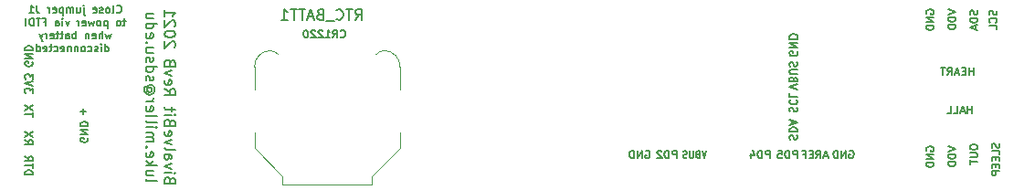
<source format=gbr>
%TF.GenerationSoftware,KiCad,Pcbnew,(5.1.10)-1*%
%TF.CreationDate,2021-07-02T15:13:39-07:00*%
%TF.ProjectId,BivalveBit,42697661-6c76-4654-9269-742e6b696361,A*%
%TF.SameCoordinates,Original*%
%TF.FileFunction,Legend,Bot*%
%TF.FilePolarity,Positive*%
%FSLAX46Y46*%
G04 Gerber Fmt 4.6, Leading zero omitted, Abs format (unit mm)*
G04 Created by KiCad (PCBNEW (5.1.10)-1) date 2021-07-02 15:13:39*
%MOMM*%
%LPD*%
G01*
G04 APERTURE LIST*
%ADD10C,0.127000*%
%ADD11C,0.203200*%
%ADD12C,0.120000*%
%ADD13C,0.150000*%
G04 APERTURE END LIST*
D10*
X174972133Y-133451600D02*
X174938266Y-133350000D01*
X174938266Y-133180666D01*
X174972133Y-133112933D01*
X175006000Y-133079066D01*
X175073733Y-133045200D01*
X175141466Y-133045200D01*
X175209200Y-133079066D01*
X175243066Y-133112933D01*
X175276933Y-133180666D01*
X175310800Y-133316133D01*
X175344666Y-133383866D01*
X175378533Y-133417733D01*
X175446266Y-133451600D01*
X175514000Y-133451600D01*
X175581733Y-133417733D01*
X175615600Y-133383866D01*
X175649466Y-133316133D01*
X175649466Y-133146800D01*
X175615600Y-133045200D01*
X174938266Y-132740400D02*
X175649466Y-132740400D01*
X175649466Y-132571066D01*
X175615600Y-132469466D01*
X175547866Y-132401733D01*
X175480133Y-132367866D01*
X175344666Y-132334000D01*
X175243066Y-132334000D01*
X175107600Y-132367866D01*
X175039866Y-132401733D01*
X174972133Y-132469466D01*
X174938266Y-132571066D01*
X174938266Y-132740400D01*
X175141466Y-132063066D02*
X175141466Y-131724400D01*
X174938266Y-132130800D02*
X175649466Y-131893733D01*
X174938266Y-131656666D01*
X174972133Y-130894666D02*
X174938266Y-130793066D01*
X174938266Y-130623733D01*
X174972133Y-130556000D01*
X175006000Y-130522133D01*
X175073733Y-130488266D01*
X175141466Y-130488266D01*
X175209200Y-130522133D01*
X175243066Y-130556000D01*
X175276933Y-130623733D01*
X175310800Y-130759200D01*
X175344666Y-130826933D01*
X175378533Y-130860800D01*
X175446266Y-130894666D01*
X175514000Y-130894666D01*
X175581733Y-130860800D01*
X175615600Y-130826933D01*
X175649466Y-130759200D01*
X175649466Y-130589866D01*
X175615600Y-130488266D01*
X175006000Y-129777066D02*
X174972133Y-129810933D01*
X174938266Y-129912533D01*
X174938266Y-129980266D01*
X174972133Y-130081866D01*
X175039866Y-130149600D01*
X175107600Y-130183466D01*
X175243066Y-130217333D01*
X175344666Y-130217333D01*
X175480133Y-130183466D01*
X175547866Y-130149600D01*
X175615600Y-130081866D01*
X175649466Y-129980266D01*
X175649466Y-129912533D01*
X175615600Y-129810933D01*
X175581733Y-129777066D01*
X174938266Y-129133600D02*
X174938266Y-129472266D01*
X175649466Y-129472266D01*
X175649466Y-128811866D02*
X174938266Y-128574800D01*
X175649466Y-128337733D01*
X175310800Y-127863600D02*
X175276933Y-127762000D01*
X175243066Y-127728133D01*
X175175333Y-127694266D01*
X175073733Y-127694266D01*
X175006000Y-127728133D01*
X174972133Y-127762000D01*
X174938266Y-127829733D01*
X174938266Y-128100666D01*
X175649466Y-128100666D01*
X175649466Y-127863600D01*
X175615600Y-127795866D01*
X175581733Y-127762000D01*
X175514000Y-127728133D01*
X175446266Y-127728133D01*
X175378533Y-127762000D01*
X175344666Y-127795866D01*
X175310800Y-127863600D01*
X175310800Y-128100666D01*
X175649466Y-127389466D02*
X175073733Y-127389466D01*
X175006000Y-127355600D01*
X174972133Y-127321733D01*
X174938266Y-127254000D01*
X174938266Y-127118533D01*
X174972133Y-127050800D01*
X175006000Y-127016933D01*
X175073733Y-126983066D01*
X175649466Y-126983066D01*
X174972133Y-126678266D02*
X174938266Y-126576666D01*
X174938266Y-126407333D01*
X174972133Y-126339600D01*
X175006000Y-126305733D01*
X175073733Y-126271866D01*
X175141466Y-126271866D01*
X175209200Y-126305733D01*
X175243066Y-126339600D01*
X175276933Y-126407333D01*
X175310800Y-126542800D01*
X175344666Y-126610533D01*
X175378533Y-126644400D01*
X175446266Y-126678266D01*
X175514000Y-126678266D01*
X175581733Y-126644400D01*
X175615600Y-126610533D01*
X175649466Y-126542800D01*
X175649466Y-126373466D01*
X175615600Y-126271866D01*
X175641000Y-125294571D02*
X175677285Y-125367142D01*
X175677285Y-125476000D01*
X175641000Y-125584857D01*
X175568428Y-125657428D01*
X175495857Y-125693714D01*
X175350714Y-125730000D01*
X175241857Y-125730000D01*
X175096714Y-125693714D01*
X175024142Y-125657428D01*
X174951571Y-125584857D01*
X174915285Y-125476000D01*
X174915285Y-125403428D01*
X174951571Y-125294571D01*
X174987857Y-125258285D01*
X175241857Y-125258285D01*
X175241857Y-125403428D01*
X174915285Y-124931714D02*
X175677285Y-124931714D01*
X174915285Y-124496285D01*
X175677285Y-124496285D01*
X174915285Y-124133428D02*
X175677285Y-124133428D01*
X175677285Y-123952000D01*
X175641000Y-123843142D01*
X175568428Y-123770571D01*
X175495857Y-123734285D01*
X175350714Y-123698000D01*
X175241857Y-123698000D01*
X175096714Y-123734285D01*
X175024142Y-123770571D01*
X174951571Y-123843142D01*
X174915285Y-123952000D01*
X174915285Y-124133428D01*
X109867700Y-133307666D02*
X109901566Y-133375400D01*
X109901566Y-133477000D01*
X109867700Y-133578600D01*
X109799966Y-133646333D01*
X109732233Y-133680200D01*
X109596766Y-133714066D01*
X109495166Y-133714066D01*
X109359700Y-133680200D01*
X109291966Y-133646333D01*
X109224233Y-133578600D01*
X109190366Y-133477000D01*
X109190366Y-133409266D01*
X109224233Y-133307666D01*
X109258100Y-133273800D01*
X109495166Y-133273800D01*
X109495166Y-133409266D01*
X109190366Y-132969000D02*
X109901566Y-132969000D01*
X109190366Y-132562600D01*
X109901566Y-132562600D01*
X109190366Y-132223933D02*
X109901566Y-132223933D01*
X109901566Y-132054600D01*
X109867700Y-131953000D01*
X109799966Y-131885266D01*
X109732233Y-131851400D01*
X109596766Y-131817533D01*
X109495166Y-131817533D01*
X109359700Y-131851400D01*
X109291966Y-131885266D01*
X109224233Y-131953000D01*
X109190366Y-132054600D01*
X109190366Y-132223933D01*
X109164966Y-130835400D02*
X109706833Y-130835400D01*
X109435900Y-130564466D02*
X109435900Y-131106333D01*
X104072266Y-133468533D02*
X104410933Y-133705600D01*
X104072266Y-133874933D02*
X104783466Y-133874933D01*
X104783466Y-133604000D01*
X104749600Y-133536266D01*
X104715733Y-133502400D01*
X104648000Y-133468533D01*
X104546400Y-133468533D01*
X104478666Y-133502400D01*
X104444800Y-133536266D01*
X104410933Y-133604000D01*
X104410933Y-133874933D01*
X104783466Y-133231466D02*
X104072266Y-132757333D01*
X104783466Y-132757333D02*
X104072266Y-133231466D01*
X104783466Y-131351866D02*
X104783466Y-130945466D01*
X104072266Y-131148666D02*
X104783466Y-131148666D01*
X104783466Y-130776133D02*
X104072266Y-130302000D01*
X104783466Y-130302000D02*
X104072266Y-130776133D01*
X104749600Y-126271866D02*
X104783466Y-126339600D01*
X104783466Y-126441200D01*
X104749600Y-126542800D01*
X104681866Y-126610533D01*
X104614133Y-126644400D01*
X104478666Y-126678266D01*
X104377066Y-126678266D01*
X104241600Y-126644400D01*
X104173866Y-126610533D01*
X104106133Y-126542800D01*
X104072266Y-126441200D01*
X104072266Y-126373466D01*
X104106133Y-126271866D01*
X104140000Y-126238000D01*
X104377066Y-126238000D01*
X104377066Y-126373466D01*
X104072266Y-125933200D02*
X104783466Y-125933200D01*
X104072266Y-125526800D01*
X104783466Y-125526800D01*
X104072266Y-125188133D02*
X104783466Y-125188133D01*
X104783466Y-125018800D01*
X104749600Y-124917200D01*
X104681866Y-124849466D01*
X104614133Y-124815600D01*
X104478666Y-124781733D01*
X104377066Y-124781733D01*
X104241600Y-124815600D01*
X104173866Y-124849466D01*
X104106133Y-124917200D01*
X104072266Y-125018800D01*
X104072266Y-125188133D01*
X104783466Y-129150533D02*
X104783466Y-128710266D01*
X104512533Y-128947333D01*
X104512533Y-128845733D01*
X104478666Y-128778000D01*
X104444800Y-128744133D01*
X104377066Y-128710266D01*
X104207733Y-128710266D01*
X104140000Y-128744133D01*
X104106133Y-128778000D01*
X104072266Y-128845733D01*
X104072266Y-129048933D01*
X104106133Y-129116666D01*
X104140000Y-129150533D01*
X104783466Y-128507066D02*
X104072266Y-128270000D01*
X104783466Y-128032933D01*
X104783466Y-127863600D02*
X104783466Y-127423333D01*
X104512533Y-127660400D01*
X104512533Y-127558800D01*
X104478666Y-127491066D01*
X104444800Y-127457200D01*
X104377066Y-127423333D01*
X104207733Y-127423333D01*
X104140000Y-127457200D01*
X104106133Y-127491066D01*
X104072266Y-127558800D01*
X104072266Y-127762000D01*
X104106133Y-127829733D01*
X104140000Y-127863600D01*
X104072266Y-136702800D02*
X104783466Y-136702800D01*
X104783466Y-136533466D01*
X104749600Y-136431866D01*
X104681866Y-136364133D01*
X104614133Y-136330266D01*
X104478666Y-136296400D01*
X104377066Y-136296400D01*
X104241600Y-136330266D01*
X104173866Y-136364133D01*
X104106133Y-136431866D01*
X104072266Y-136533466D01*
X104072266Y-136702800D01*
X104783466Y-136093200D02*
X104783466Y-135686800D01*
X104072266Y-135890000D02*
X104783466Y-135890000D01*
X104072266Y-135043333D02*
X104410933Y-135280400D01*
X104072266Y-135449733D02*
X104783466Y-135449733D01*
X104783466Y-135178800D01*
X104749600Y-135111066D01*
X104715733Y-135077200D01*
X104648000Y-135043333D01*
X104546400Y-135043333D01*
X104478666Y-135077200D01*
X104444800Y-135111066D01*
X104410933Y-135178800D01*
X104410933Y-135449733D01*
X112572800Y-121653300D02*
X112606666Y-121687166D01*
X112708266Y-121721033D01*
X112776000Y-121721033D01*
X112877600Y-121687166D01*
X112945333Y-121619433D01*
X112979200Y-121551700D01*
X113013066Y-121416233D01*
X113013066Y-121314633D01*
X112979200Y-121179166D01*
X112945333Y-121111433D01*
X112877600Y-121043700D01*
X112776000Y-121009833D01*
X112708266Y-121009833D01*
X112606666Y-121043700D01*
X112572800Y-121077566D01*
X112166400Y-121721033D02*
X112234133Y-121687166D01*
X112268000Y-121619433D01*
X112268000Y-121009833D01*
X111793866Y-121721033D02*
X111861600Y-121687166D01*
X111895466Y-121653300D01*
X111929333Y-121585566D01*
X111929333Y-121382366D01*
X111895466Y-121314633D01*
X111861600Y-121280766D01*
X111793866Y-121246900D01*
X111692266Y-121246900D01*
X111624533Y-121280766D01*
X111590666Y-121314633D01*
X111556800Y-121382366D01*
X111556800Y-121585566D01*
X111590666Y-121653300D01*
X111624533Y-121687166D01*
X111692266Y-121721033D01*
X111793866Y-121721033D01*
X111285866Y-121687166D02*
X111218133Y-121721033D01*
X111082666Y-121721033D01*
X111014933Y-121687166D01*
X110981066Y-121619433D01*
X110981066Y-121585566D01*
X111014933Y-121517833D01*
X111082666Y-121483966D01*
X111184266Y-121483966D01*
X111252000Y-121450100D01*
X111285866Y-121382366D01*
X111285866Y-121348500D01*
X111252000Y-121280766D01*
X111184266Y-121246900D01*
X111082666Y-121246900D01*
X111014933Y-121280766D01*
X110405333Y-121687166D02*
X110473066Y-121721033D01*
X110608533Y-121721033D01*
X110676266Y-121687166D01*
X110710133Y-121619433D01*
X110710133Y-121348500D01*
X110676266Y-121280766D01*
X110608533Y-121246900D01*
X110473066Y-121246900D01*
X110405333Y-121280766D01*
X110371466Y-121348500D01*
X110371466Y-121416233D01*
X110710133Y-121483966D01*
X109524800Y-121246900D02*
X109524800Y-121856500D01*
X109558666Y-121924233D01*
X109626400Y-121958100D01*
X109660266Y-121958100D01*
X109524800Y-121009833D02*
X109558666Y-121043700D01*
X109524800Y-121077566D01*
X109490933Y-121043700D01*
X109524800Y-121009833D01*
X109524800Y-121077566D01*
X108881333Y-121246900D02*
X108881333Y-121721033D01*
X109186133Y-121246900D02*
X109186133Y-121619433D01*
X109152266Y-121687166D01*
X109084533Y-121721033D01*
X108982933Y-121721033D01*
X108915200Y-121687166D01*
X108881333Y-121653300D01*
X108542666Y-121721033D02*
X108542666Y-121246900D01*
X108542666Y-121314633D02*
X108508800Y-121280766D01*
X108441066Y-121246900D01*
X108339466Y-121246900D01*
X108271733Y-121280766D01*
X108237866Y-121348500D01*
X108237866Y-121721033D01*
X108237866Y-121348500D02*
X108204000Y-121280766D01*
X108136266Y-121246900D01*
X108034666Y-121246900D01*
X107966933Y-121280766D01*
X107933066Y-121348500D01*
X107933066Y-121721033D01*
X107594400Y-121246900D02*
X107594400Y-121958100D01*
X107594400Y-121280766D02*
X107526666Y-121246900D01*
X107391200Y-121246900D01*
X107323466Y-121280766D01*
X107289600Y-121314633D01*
X107255733Y-121382366D01*
X107255733Y-121585566D01*
X107289600Y-121653300D01*
X107323466Y-121687166D01*
X107391200Y-121721033D01*
X107526666Y-121721033D01*
X107594400Y-121687166D01*
X106680000Y-121687166D02*
X106747733Y-121721033D01*
X106883200Y-121721033D01*
X106950933Y-121687166D01*
X106984800Y-121619433D01*
X106984800Y-121348500D01*
X106950933Y-121280766D01*
X106883200Y-121246900D01*
X106747733Y-121246900D01*
X106680000Y-121280766D01*
X106646133Y-121348500D01*
X106646133Y-121416233D01*
X106984800Y-121483966D01*
X106341333Y-121721033D02*
X106341333Y-121246900D01*
X106341333Y-121382366D02*
X106307466Y-121314633D01*
X106273600Y-121280766D01*
X106205866Y-121246900D01*
X106138133Y-121246900D01*
X105156000Y-121009833D02*
X105156000Y-121517833D01*
X105189866Y-121619433D01*
X105257600Y-121687166D01*
X105359200Y-121721033D01*
X105426933Y-121721033D01*
X104444800Y-121721033D02*
X104851200Y-121721033D01*
X104648000Y-121721033D02*
X104648000Y-121009833D01*
X104715733Y-121111433D01*
X104783466Y-121179166D01*
X104851200Y-121213033D01*
X113402533Y-122440700D02*
X113131600Y-122440700D01*
X113300933Y-122203633D02*
X113300933Y-122813233D01*
X113267066Y-122880966D01*
X113199333Y-122914833D01*
X113131600Y-122914833D01*
X112792933Y-122914833D02*
X112860666Y-122880966D01*
X112894533Y-122847100D01*
X112928400Y-122779366D01*
X112928400Y-122576166D01*
X112894533Y-122508433D01*
X112860666Y-122474566D01*
X112792933Y-122440700D01*
X112691333Y-122440700D01*
X112623600Y-122474566D01*
X112589733Y-122508433D01*
X112555866Y-122576166D01*
X112555866Y-122779366D01*
X112589733Y-122847100D01*
X112623600Y-122880966D01*
X112691333Y-122914833D01*
X112792933Y-122914833D01*
X111709200Y-122440700D02*
X111709200Y-123151900D01*
X111709200Y-122474566D02*
X111641466Y-122440700D01*
X111506000Y-122440700D01*
X111438266Y-122474566D01*
X111404400Y-122508433D01*
X111370533Y-122576166D01*
X111370533Y-122779366D01*
X111404400Y-122847100D01*
X111438266Y-122880966D01*
X111506000Y-122914833D01*
X111641466Y-122914833D01*
X111709200Y-122880966D01*
X110964133Y-122914833D02*
X111031866Y-122880966D01*
X111065733Y-122847100D01*
X111099600Y-122779366D01*
X111099600Y-122576166D01*
X111065733Y-122508433D01*
X111031866Y-122474566D01*
X110964133Y-122440700D01*
X110862533Y-122440700D01*
X110794800Y-122474566D01*
X110760933Y-122508433D01*
X110727066Y-122576166D01*
X110727066Y-122779366D01*
X110760933Y-122847100D01*
X110794800Y-122880966D01*
X110862533Y-122914833D01*
X110964133Y-122914833D01*
X110490000Y-122440700D02*
X110354533Y-122914833D01*
X110219066Y-122576166D01*
X110083600Y-122914833D01*
X109948133Y-122440700D01*
X109406266Y-122880966D02*
X109474000Y-122914833D01*
X109609466Y-122914833D01*
X109677200Y-122880966D01*
X109711066Y-122813233D01*
X109711066Y-122542300D01*
X109677200Y-122474566D01*
X109609466Y-122440700D01*
X109474000Y-122440700D01*
X109406266Y-122474566D01*
X109372400Y-122542300D01*
X109372400Y-122610033D01*
X109711066Y-122677766D01*
X109067600Y-122914833D02*
X109067600Y-122440700D01*
X109067600Y-122576166D02*
X109033733Y-122508433D01*
X108999866Y-122474566D01*
X108932133Y-122440700D01*
X108864400Y-122440700D01*
X108153200Y-122440700D02*
X107983866Y-122914833D01*
X107814533Y-122440700D01*
X107543600Y-122914833D02*
X107543600Y-122440700D01*
X107543600Y-122203633D02*
X107577466Y-122237500D01*
X107543600Y-122271366D01*
X107509733Y-122237500D01*
X107543600Y-122203633D01*
X107543600Y-122271366D01*
X106900133Y-122914833D02*
X106900133Y-122542300D01*
X106934000Y-122474566D01*
X107001733Y-122440700D01*
X107137200Y-122440700D01*
X107204933Y-122474566D01*
X106900133Y-122880966D02*
X106967866Y-122914833D01*
X107137200Y-122914833D01*
X107204933Y-122880966D01*
X107238800Y-122813233D01*
X107238800Y-122745500D01*
X107204933Y-122677766D01*
X107137200Y-122643900D01*
X106967866Y-122643900D01*
X106900133Y-122610033D01*
X105782533Y-122542300D02*
X106019600Y-122542300D01*
X106019600Y-122914833D02*
X106019600Y-122203633D01*
X105680933Y-122203633D01*
X105511600Y-122203633D02*
X105105200Y-122203633D01*
X105308400Y-122914833D02*
X105308400Y-122203633D01*
X104868133Y-122914833D02*
X104868133Y-122203633D01*
X104698800Y-122203633D01*
X104597200Y-122237500D01*
X104529466Y-122305233D01*
X104495600Y-122372966D01*
X104461733Y-122508433D01*
X104461733Y-122610033D01*
X104495600Y-122745500D01*
X104529466Y-122813233D01*
X104597200Y-122880966D01*
X104698800Y-122914833D01*
X104868133Y-122914833D01*
X104156933Y-122914833D02*
X104156933Y-122203633D01*
X112064800Y-123634500D02*
X111929333Y-124108633D01*
X111793866Y-123769966D01*
X111658400Y-124108633D01*
X111522933Y-123634500D01*
X111252000Y-124108633D02*
X111252000Y-123397433D01*
X110947200Y-124108633D02*
X110947200Y-123736100D01*
X110981066Y-123668366D01*
X111048800Y-123634500D01*
X111150400Y-123634500D01*
X111218133Y-123668366D01*
X111252000Y-123702233D01*
X110337600Y-124074766D02*
X110405333Y-124108633D01*
X110540800Y-124108633D01*
X110608533Y-124074766D01*
X110642400Y-124007033D01*
X110642400Y-123736100D01*
X110608533Y-123668366D01*
X110540800Y-123634500D01*
X110405333Y-123634500D01*
X110337600Y-123668366D01*
X110303733Y-123736100D01*
X110303733Y-123803833D01*
X110642400Y-123871566D01*
X109998933Y-123634500D02*
X109998933Y-124108633D01*
X109998933Y-123702233D02*
X109965066Y-123668366D01*
X109897333Y-123634500D01*
X109795733Y-123634500D01*
X109728000Y-123668366D01*
X109694133Y-123736100D01*
X109694133Y-124108633D01*
X108813600Y-124108633D02*
X108813600Y-123397433D01*
X108813600Y-123668366D02*
X108745866Y-123634500D01*
X108610400Y-123634500D01*
X108542666Y-123668366D01*
X108508800Y-123702233D01*
X108474933Y-123769966D01*
X108474933Y-123973166D01*
X108508800Y-124040900D01*
X108542666Y-124074766D01*
X108610400Y-124108633D01*
X108745866Y-124108633D01*
X108813600Y-124074766D01*
X107865333Y-124108633D02*
X107865333Y-123736100D01*
X107899200Y-123668366D01*
X107966933Y-123634500D01*
X108102400Y-123634500D01*
X108170133Y-123668366D01*
X107865333Y-124074766D02*
X107933066Y-124108633D01*
X108102400Y-124108633D01*
X108170133Y-124074766D01*
X108204000Y-124007033D01*
X108204000Y-123939300D01*
X108170133Y-123871566D01*
X108102400Y-123837700D01*
X107933066Y-123837700D01*
X107865333Y-123803833D01*
X107628266Y-123634500D02*
X107357333Y-123634500D01*
X107526666Y-123397433D02*
X107526666Y-124007033D01*
X107492800Y-124074766D01*
X107425066Y-124108633D01*
X107357333Y-124108633D01*
X107221866Y-123634500D02*
X106950933Y-123634500D01*
X107120266Y-123397433D02*
X107120266Y-124007033D01*
X107086400Y-124074766D01*
X107018666Y-124108633D01*
X106950933Y-124108633D01*
X106442933Y-124074766D02*
X106510666Y-124108633D01*
X106646133Y-124108633D01*
X106713866Y-124074766D01*
X106747733Y-124007033D01*
X106747733Y-123736100D01*
X106713866Y-123668366D01*
X106646133Y-123634500D01*
X106510666Y-123634500D01*
X106442933Y-123668366D01*
X106409066Y-123736100D01*
X106409066Y-123803833D01*
X106747733Y-123871566D01*
X106104266Y-124108633D02*
X106104266Y-123634500D01*
X106104266Y-123769966D02*
X106070400Y-123702233D01*
X106036533Y-123668366D01*
X105968800Y-123634500D01*
X105901066Y-123634500D01*
X105731733Y-123634500D02*
X105562400Y-124108633D01*
X105393066Y-123634500D02*
X105562400Y-124108633D01*
X105630133Y-124277966D01*
X105664000Y-124311833D01*
X105731733Y-124345700D01*
X111472133Y-125302433D02*
X111472133Y-124591233D01*
X111472133Y-125268566D02*
X111539866Y-125302433D01*
X111675333Y-125302433D01*
X111743066Y-125268566D01*
X111776933Y-125234700D01*
X111810800Y-125166966D01*
X111810800Y-124963766D01*
X111776933Y-124896033D01*
X111743066Y-124862166D01*
X111675333Y-124828300D01*
X111539866Y-124828300D01*
X111472133Y-124862166D01*
X111133466Y-125302433D02*
X111133466Y-124828300D01*
X111133466Y-124591233D02*
X111167333Y-124625100D01*
X111133466Y-124658966D01*
X111099600Y-124625100D01*
X111133466Y-124591233D01*
X111133466Y-124658966D01*
X110828666Y-125268566D02*
X110760933Y-125302433D01*
X110625466Y-125302433D01*
X110557733Y-125268566D01*
X110523866Y-125200833D01*
X110523866Y-125166966D01*
X110557733Y-125099233D01*
X110625466Y-125065366D01*
X110727066Y-125065366D01*
X110794800Y-125031500D01*
X110828666Y-124963766D01*
X110828666Y-124929900D01*
X110794800Y-124862166D01*
X110727066Y-124828300D01*
X110625466Y-124828300D01*
X110557733Y-124862166D01*
X109914266Y-125268566D02*
X109982000Y-125302433D01*
X110117466Y-125302433D01*
X110185200Y-125268566D01*
X110219066Y-125234700D01*
X110252933Y-125166966D01*
X110252933Y-124963766D01*
X110219066Y-124896033D01*
X110185200Y-124862166D01*
X110117466Y-124828300D01*
X109982000Y-124828300D01*
X109914266Y-124862166D01*
X109507866Y-125302433D02*
X109575600Y-125268566D01*
X109609466Y-125234700D01*
X109643333Y-125166966D01*
X109643333Y-124963766D01*
X109609466Y-124896033D01*
X109575600Y-124862166D01*
X109507866Y-124828300D01*
X109406266Y-124828300D01*
X109338533Y-124862166D01*
X109304666Y-124896033D01*
X109270800Y-124963766D01*
X109270800Y-125166966D01*
X109304666Y-125234700D01*
X109338533Y-125268566D01*
X109406266Y-125302433D01*
X109507866Y-125302433D01*
X108966000Y-124828300D02*
X108966000Y-125302433D01*
X108966000Y-124896033D02*
X108932133Y-124862166D01*
X108864400Y-124828300D01*
X108762800Y-124828300D01*
X108695066Y-124862166D01*
X108661200Y-124929900D01*
X108661200Y-125302433D01*
X108322533Y-124828300D02*
X108322533Y-125302433D01*
X108322533Y-124896033D02*
X108288666Y-124862166D01*
X108220933Y-124828300D01*
X108119333Y-124828300D01*
X108051600Y-124862166D01*
X108017733Y-124929900D01*
X108017733Y-125302433D01*
X107408133Y-125268566D02*
X107475866Y-125302433D01*
X107611333Y-125302433D01*
X107679066Y-125268566D01*
X107712933Y-125200833D01*
X107712933Y-124929900D01*
X107679066Y-124862166D01*
X107611333Y-124828300D01*
X107475866Y-124828300D01*
X107408133Y-124862166D01*
X107374266Y-124929900D01*
X107374266Y-124997633D01*
X107712933Y-125065366D01*
X106764666Y-125268566D02*
X106832400Y-125302433D01*
X106967866Y-125302433D01*
X107035600Y-125268566D01*
X107069466Y-125234700D01*
X107103333Y-125166966D01*
X107103333Y-124963766D01*
X107069466Y-124896033D01*
X107035600Y-124862166D01*
X106967866Y-124828300D01*
X106832400Y-124828300D01*
X106764666Y-124862166D01*
X106561466Y-124828300D02*
X106290533Y-124828300D01*
X106459866Y-124591233D02*
X106459866Y-125200833D01*
X106426000Y-125268566D01*
X106358266Y-125302433D01*
X106290533Y-125302433D01*
X105782533Y-125268566D02*
X105850266Y-125302433D01*
X105985733Y-125302433D01*
X106053466Y-125268566D01*
X106087333Y-125200833D01*
X106087333Y-124929900D01*
X106053466Y-124862166D01*
X105985733Y-124828300D01*
X105850266Y-124828300D01*
X105782533Y-124862166D01*
X105748666Y-124929900D01*
X105748666Y-124997633D01*
X106087333Y-125065366D01*
X105139066Y-125302433D02*
X105139066Y-124591233D01*
X105139066Y-125268566D02*
X105206800Y-125302433D01*
X105342266Y-125302433D01*
X105410000Y-125268566D01*
X105443866Y-125234700D01*
X105477733Y-125166966D01*
X105477733Y-124963766D01*
X105443866Y-124896033D01*
X105410000Y-124862166D01*
X105342266Y-124828300D01*
X105206800Y-124828300D01*
X105139066Y-124862166D01*
X191850433Y-131055533D02*
X191850433Y-130344333D01*
X191850433Y-130683000D02*
X191444033Y-130683000D01*
X191444033Y-131055533D02*
X191444033Y-130344333D01*
X191139233Y-130852333D02*
X190800566Y-130852333D01*
X191206966Y-131055533D02*
X190969900Y-130344333D01*
X190732833Y-131055533D01*
X190157100Y-131055533D02*
X190495766Y-131055533D01*
X190495766Y-130344333D01*
X189581366Y-131055533D02*
X189920033Y-131055533D01*
X189920033Y-130344333D01*
X191968966Y-127499533D02*
X191968966Y-126788333D01*
X191968966Y-127127000D02*
X191562566Y-127127000D01*
X191562566Y-127499533D02*
X191562566Y-126788333D01*
X191223900Y-127127000D02*
X190986833Y-127127000D01*
X190885233Y-127499533D02*
X191223900Y-127499533D01*
X191223900Y-126788333D01*
X190885233Y-126788333D01*
X190614300Y-127296333D02*
X190275633Y-127296333D01*
X190682033Y-127499533D02*
X190444966Y-126788333D01*
X190207900Y-127499533D01*
X189564433Y-127499533D02*
X189801500Y-127160866D01*
X189970833Y-127499533D02*
X189970833Y-126788333D01*
X189699900Y-126788333D01*
X189632166Y-126822200D01*
X189598300Y-126856066D01*
X189564433Y-126923800D01*
X189564433Y-127025400D01*
X189598300Y-127093133D01*
X189632166Y-127127000D01*
X189699900Y-127160866D01*
X189970833Y-127160866D01*
X189361233Y-126788333D02*
X188954833Y-126788333D01*
X189158033Y-127499533D02*
X189158033Y-126788333D01*
X194102566Y-121505133D02*
X194136433Y-121606733D01*
X194136433Y-121776066D01*
X194102566Y-121843800D01*
X194068700Y-121877666D01*
X194000966Y-121911533D01*
X193933233Y-121911533D01*
X193865500Y-121877666D01*
X193831633Y-121843800D01*
X193797766Y-121776066D01*
X193763900Y-121640600D01*
X193730033Y-121572866D01*
X193696166Y-121539000D01*
X193628433Y-121505133D01*
X193560700Y-121505133D01*
X193492966Y-121539000D01*
X193459100Y-121572866D01*
X193425233Y-121640600D01*
X193425233Y-121809933D01*
X193459100Y-121911533D01*
X194068700Y-122622733D02*
X194102566Y-122588866D01*
X194136433Y-122487266D01*
X194136433Y-122419533D01*
X194102566Y-122317933D01*
X194034833Y-122250200D01*
X193967100Y-122216333D01*
X193831633Y-122182466D01*
X193730033Y-122182466D01*
X193594566Y-122216333D01*
X193526833Y-122250200D01*
X193459100Y-122317933D01*
X193425233Y-122419533D01*
X193425233Y-122487266D01*
X193459100Y-122588866D01*
X193492966Y-122622733D01*
X194136433Y-123266200D02*
X194136433Y-122927533D01*
X193425233Y-122927533D01*
X192324566Y-121488200D02*
X192358433Y-121589800D01*
X192358433Y-121759133D01*
X192324566Y-121826866D01*
X192290700Y-121860733D01*
X192222966Y-121894600D01*
X192155233Y-121894600D01*
X192087500Y-121860733D01*
X192053633Y-121826866D01*
X192019766Y-121759133D01*
X191985900Y-121623666D01*
X191952033Y-121555933D01*
X191918166Y-121522066D01*
X191850433Y-121488200D01*
X191782700Y-121488200D01*
X191714966Y-121522066D01*
X191681100Y-121555933D01*
X191647233Y-121623666D01*
X191647233Y-121793000D01*
X191681100Y-121894600D01*
X192358433Y-122199400D02*
X191647233Y-122199400D01*
X191647233Y-122368733D01*
X191681100Y-122470333D01*
X191748833Y-122538066D01*
X191816566Y-122571933D01*
X191952033Y-122605800D01*
X192053633Y-122605800D01*
X192189100Y-122571933D01*
X192256833Y-122538066D01*
X192324566Y-122470333D01*
X192358433Y-122368733D01*
X192358433Y-122199400D01*
X192155233Y-122876733D02*
X192155233Y-123215400D01*
X192358433Y-122809000D02*
X191647233Y-123046066D01*
X192358433Y-123283133D01*
X189615233Y-121403533D02*
X190326433Y-121640600D01*
X189615233Y-121877666D01*
X190326433Y-122114733D02*
X189615233Y-122114733D01*
X189615233Y-122284066D01*
X189649100Y-122385666D01*
X189716833Y-122453400D01*
X189784566Y-122487266D01*
X189920033Y-122521133D01*
X190021633Y-122521133D01*
X190157100Y-122487266D01*
X190224833Y-122453400D01*
X190292566Y-122385666D01*
X190326433Y-122284066D01*
X190326433Y-122114733D01*
X190326433Y-122825933D02*
X189615233Y-122825933D01*
X189615233Y-122995266D01*
X189649100Y-123096866D01*
X189716833Y-123164600D01*
X189784566Y-123198466D01*
X189920033Y-123232333D01*
X190021633Y-123232333D01*
X190157100Y-123198466D01*
X190224833Y-123164600D01*
X190292566Y-123096866D01*
X190326433Y-122995266D01*
X190326433Y-122825933D01*
X187617100Y-121809933D02*
X187583233Y-121742200D01*
X187583233Y-121640600D01*
X187617100Y-121539000D01*
X187684833Y-121471266D01*
X187752566Y-121437400D01*
X187888033Y-121403533D01*
X187989633Y-121403533D01*
X188125100Y-121437400D01*
X188192833Y-121471266D01*
X188260566Y-121539000D01*
X188294433Y-121640600D01*
X188294433Y-121708333D01*
X188260566Y-121809933D01*
X188226700Y-121843800D01*
X187989633Y-121843800D01*
X187989633Y-121708333D01*
X188294433Y-122148600D02*
X187583233Y-122148600D01*
X188294433Y-122555000D01*
X187583233Y-122555000D01*
X188294433Y-122893666D02*
X187583233Y-122893666D01*
X187583233Y-123063000D01*
X187617100Y-123164600D01*
X187684833Y-123232333D01*
X187752566Y-123266200D01*
X187888033Y-123300066D01*
X187989633Y-123300066D01*
X188125100Y-123266200D01*
X188192833Y-123232333D01*
X188260566Y-123164600D01*
X188294433Y-123063000D01*
X188294433Y-122893666D01*
X187617100Y-134509933D02*
X187583233Y-134442200D01*
X187583233Y-134340600D01*
X187617100Y-134239000D01*
X187684833Y-134171266D01*
X187752566Y-134137400D01*
X187888033Y-134103533D01*
X187989633Y-134103533D01*
X188125100Y-134137400D01*
X188192833Y-134171266D01*
X188260566Y-134239000D01*
X188294433Y-134340600D01*
X188294433Y-134408333D01*
X188260566Y-134509933D01*
X188226700Y-134543800D01*
X187989633Y-134543800D01*
X187989633Y-134408333D01*
X188294433Y-134848600D02*
X187583233Y-134848600D01*
X188294433Y-135255000D01*
X187583233Y-135255000D01*
X188294433Y-135593666D02*
X187583233Y-135593666D01*
X187583233Y-135763000D01*
X187617100Y-135864600D01*
X187684833Y-135932333D01*
X187752566Y-135966200D01*
X187888033Y-136000066D01*
X187989633Y-136000066D01*
X188125100Y-135966200D01*
X188192833Y-135932333D01*
X188260566Y-135864600D01*
X188294433Y-135763000D01*
X188294433Y-135593666D01*
X189615233Y-134103533D02*
X190326433Y-134340600D01*
X189615233Y-134577666D01*
X190326433Y-134814733D02*
X189615233Y-134814733D01*
X189615233Y-134984066D01*
X189649100Y-135085666D01*
X189716833Y-135153400D01*
X189784566Y-135187266D01*
X189920033Y-135221133D01*
X190021633Y-135221133D01*
X190157100Y-135187266D01*
X190224833Y-135153400D01*
X190292566Y-135085666D01*
X190326433Y-134984066D01*
X190326433Y-134814733D01*
X190326433Y-135525933D02*
X189615233Y-135525933D01*
X189615233Y-135695266D01*
X189649100Y-135796866D01*
X189716833Y-135864600D01*
X189784566Y-135898466D01*
X189920033Y-135932333D01*
X190021633Y-135932333D01*
X190157100Y-135898466D01*
X190224833Y-135864600D01*
X190292566Y-135796866D01*
X190326433Y-135695266D01*
X190326433Y-135525933D01*
X194356566Y-133815666D02*
X194390433Y-133917266D01*
X194390433Y-134086600D01*
X194356566Y-134154333D01*
X194322700Y-134188200D01*
X194254966Y-134222066D01*
X194187233Y-134222066D01*
X194119500Y-134188200D01*
X194085633Y-134154333D01*
X194051766Y-134086600D01*
X194017900Y-133951133D01*
X193984033Y-133883400D01*
X193950166Y-133849533D01*
X193882433Y-133815666D01*
X193814700Y-133815666D01*
X193746966Y-133849533D01*
X193713100Y-133883400D01*
X193679233Y-133951133D01*
X193679233Y-134120466D01*
X193713100Y-134222066D01*
X194390433Y-134865533D02*
X194390433Y-134526866D01*
X193679233Y-134526866D01*
X194017900Y-135102600D02*
X194017900Y-135339666D01*
X194390433Y-135441266D02*
X194390433Y-135102600D01*
X193679233Y-135102600D01*
X193679233Y-135441266D01*
X194017900Y-135746066D02*
X194017900Y-135983133D01*
X194390433Y-136084733D02*
X194390433Y-135746066D01*
X193679233Y-135746066D01*
X193679233Y-136084733D01*
X194390433Y-136389533D02*
X193679233Y-136389533D01*
X193679233Y-136660466D01*
X193713100Y-136728200D01*
X193746966Y-136762066D01*
X193814700Y-136795933D01*
X193916300Y-136795933D01*
X193984033Y-136762066D01*
X194017900Y-136728200D01*
X194051766Y-136660466D01*
X194051766Y-136389533D01*
X191647233Y-134086600D02*
X191647233Y-134222066D01*
X191681100Y-134289800D01*
X191748833Y-134357533D01*
X191884300Y-134391400D01*
X192121366Y-134391400D01*
X192256833Y-134357533D01*
X192324566Y-134289800D01*
X192358433Y-134222066D01*
X192358433Y-134086600D01*
X192324566Y-134018866D01*
X192256833Y-133951133D01*
X192121366Y-133917266D01*
X191884300Y-133917266D01*
X191748833Y-133951133D01*
X191681100Y-134018866D01*
X191647233Y-134086600D01*
X191647233Y-134696200D02*
X192222966Y-134696200D01*
X192290700Y-134730066D01*
X192324566Y-134763933D01*
X192358433Y-134831666D01*
X192358433Y-134967133D01*
X192324566Y-135034866D01*
X192290700Y-135068733D01*
X192222966Y-135102600D01*
X191647233Y-135102600D01*
X191647233Y-135339666D02*
X191647233Y-135746066D01*
X192358433Y-135542866D02*
X191647233Y-135542866D01*
X173092533Y-135195733D02*
X173092533Y-134484533D01*
X172821600Y-134484533D01*
X172753866Y-134518400D01*
X172720000Y-134552266D01*
X172686133Y-134620000D01*
X172686133Y-134721600D01*
X172720000Y-134789333D01*
X172753866Y-134823200D01*
X172821600Y-134857066D01*
X173092533Y-134857066D01*
X172381333Y-135195733D02*
X172381333Y-134484533D01*
X172212000Y-134484533D01*
X172110400Y-134518400D01*
X172042666Y-134586133D01*
X172008800Y-134653866D01*
X171974933Y-134789333D01*
X171974933Y-134890933D01*
X172008800Y-135026400D01*
X172042666Y-135094133D01*
X172110400Y-135161866D01*
X172212000Y-135195733D01*
X172381333Y-135195733D01*
X171365333Y-134721600D02*
X171365333Y-135195733D01*
X171534666Y-134450666D02*
X171704000Y-134958666D01*
X171263733Y-134958666D01*
X175632533Y-135195733D02*
X175632533Y-134484533D01*
X175361600Y-134484533D01*
X175293866Y-134518400D01*
X175260000Y-134552266D01*
X175226133Y-134620000D01*
X175226133Y-134721600D01*
X175260000Y-134789333D01*
X175293866Y-134823200D01*
X175361600Y-134857066D01*
X175632533Y-134857066D01*
X174921333Y-135195733D02*
X174921333Y-134484533D01*
X174752000Y-134484533D01*
X174650400Y-134518400D01*
X174582666Y-134586133D01*
X174548800Y-134653866D01*
X174514933Y-134789333D01*
X174514933Y-134890933D01*
X174548800Y-135026400D01*
X174582666Y-135094133D01*
X174650400Y-135161866D01*
X174752000Y-135195733D01*
X174921333Y-135195733D01*
X173871466Y-134484533D02*
X174210133Y-134484533D01*
X174244000Y-134823200D01*
X174210133Y-134789333D01*
X174142400Y-134755466D01*
X173973066Y-134755466D01*
X173905333Y-134789333D01*
X173871466Y-134823200D01*
X173837600Y-134890933D01*
X173837600Y-135060266D01*
X173871466Y-135128000D01*
X173905333Y-135161866D01*
X173973066Y-135195733D01*
X174142400Y-135195733D01*
X174210133Y-135161866D01*
X174244000Y-135128000D01*
X178443466Y-134992533D02*
X178104800Y-134992533D01*
X178511200Y-135195733D02*
X178274133Y-134484533D01*
X178037066Y-135195733D01*
X177393600Y-135195733D02*
X177630666Y-134857066D01*
X177800000Y-135195733D02*
X177800000Y-134484533D01*
X177529066Y-134484533D01*
X177461333Y-134518400D01*
X177427466Y-134552266D01*
X177393600Y-134620000D01*
X177393600Y-134721600D01*
X177427466Y-134789333D01*
X177461333Y-134823200D01*
X177529066Y-134857066D01*
X177800000Y-134857066D01*
X177088800Y-134823200D02*
X176851733Y-134823200D01*
X176750133Y-135195733D02*
X177088800Y-135195733D01*
X177088800Y-134484533D01*
X176750133Y-134484533D01*
X176208266Y-134823200D02*
X176445333Y-134823200D01*
X176445333Y-135195733D02*
X176445333Y-134484533D01*
X176106666Y-134484533D01*
X180475466Y-134505700D02*
X180543200Y-134471833D01*
X180644800Y-134471833D01*
X180746400Y-134505700D01*
X180814133Y-134573433D01*
X180848000Y-134641166D01*
X180881866Y-134776633D01*
X180881866Y-134878233D01*
X180848000Y-135013700D01*
X180814133Y-135081433D01*
X180746400Y-135149166D01*
X180644800Y-135183033D01*
X180577066Y-135183033D01*
X180475466Y-135149166D01*
X180441600Y-135115300D01*
X180441600Y-134878233D01*
X180577066Y-134878233D01*
X180136800Y-135183033D02*
X180136800Y-134471833D01*
X179730400Y-135183033D01*
X179730400Y-134471833D01*
X179391733Y-135183033D02*
X179391733Y-134471833D01*
X179222400Y-134471833D01*
X179120800Y-134505700D01*
X179053066Y-134573433D01*
X179019200Y-134641166D01*
X178985333Y-134776633D01*
X178985333Y-134878233D01*
X179019200Y-135013700D01*
X179053066Y-135081433D01*
X179120800Y-135149166D01*
X179222400Y-135183033D01*
X179391733Y-135183033D01*
X161577866Y-134518400D02*
X161645600Y-134484533D01*
X161747200Y-134484533D01*
X161848800Y-134518400D01*
X161916533Y-134586133D01*
X161950400Y-134653866D01*
X161984266Y-134789333D01*
X161984266Y-134890933D01*
X161950400Y-135026400D01*
X161916533Y-135094133D01*
X161848800Y-135161866D01*
X161747200Y-135195733D01*
X161679466Y-135195733D01*
X161577866Y-135161866D01*
X161544000Y-135128000D01*
X161544000Y-134890933D01*
X161679466Y-134890933D01*
X161239200Y-135195733D02*
X161239200Y-134484533D01*
X160832800Y-135195733D01*
X160832800Y-134484533D01*
X160494133Y-135195733D02*
X160494133Y-134484533D01*
X160324800Y-134484533D01*
X160223200Y-134518400D01*
X160155466Y-134586133D01*
X160121600Y-134653866D01*
X160087733Y-134789333D01*
X160087733Y-134890933D01*
X160121600Y-135026400D01*
X160155466Y-135094133D01*
X160223200Y-135161866D01*
X160324800Y-135195733D01*
X160494133Y-135195733D01*
X167233600Y-134540171D02*
X167030400Y-135149771D01*
X166827200Y-134540171D01*
X166420800Y-134830457D02*
X166333714Y-134859485D01*
X166304685Y-134888514D01*
X166275657Y-134946571D01*
X166275657Y-135033657D01*
X166304685Y-135091714D01*
X166333714Y-135120742D01*
X166391771Y-135149771D01*
X166624000Y-135149771D01*
X166624000Y-134540171D01*
X166420800Y-134540171D01*
X166362742Y-134569200D01*
X166333714Y-134598228D01*
X166304685Y-134656285D01*
X166304685Y-134714342D01*
X166333714Y-134772400D01*
X166362742Y-134801428D01*
X166420800Y-134830457D01*
X166624000Y-134830457D01*
X166014400Y-134540171D02*
X166014400Y-135033657D01*
X165985371Y-135091714D01*
X165956342Y-135120742D01*
X165898285Y-135149771D01*
X165782171Y-135149771D01*
X165724114Y-135120742D01*
X165695085Y-135091714D01*
X165666057Y-135033657D01*
X165666057Y-134540171D01*
X165404800Y-135120742D02*
X165317714Y-135149771D01*
X165172571Y-135149771D01*
X165114514Y-135120742D01*
X165085485Y-135091714D01*
X165056457Y-135033657D01*
X165056457Y-134975600D01*
X165085485Y-134917542D01*
X165114514Y-134888514D01*
X165172571Y-134859485D01*
X165288685Y-134830457D01*
X165346742Y-134801428D01*
X165375771Y-134772400D01*
X165404800Y-134714342D01*
X165404800Y-134656285D01*
X165375771Y-134598228D01*
X165346742Y-134569200D01*
X165288685Y-134540171D01*
X165143542Y-134540171D01*
X165056457Y-134569200D01*
X164456533Y-135195733D02*
X164456533Y-134484533D01*
X164185600Y-134484533D01*
X164117866Y-134518400D01*
X164084000Y-134552266D01*
X164050133Y-134620000D01*
X164050133Y-134721600D01*
X164084000Y-134789333D01*
X164117866Y-134823200D01*
X164185600Y-134857066D01*
X164456533Y-134857066D01*
X163745333Y-135195733D02*
X163745333Y-134484533D01*
X163576000Y-134484533D01*
X163474400Y-134518400D01*
X163406666Y-134586133D01*
X163372800Y-134653866D01*
X163338933Y-134789333D01*
X163338933Y-134890933D01*
X163372800Y-135026400D01*
X163406666Y-135094133D01*
X163474400Y-135161866D01*
X163576000Y-135195733D01*
X163745333Y-135195733D01*
X163068000Y-134552266D02*
X163034133Y-134518400D01*
X162966400Y-134484533D01*
X162797066Y-134484533D01*
X162729333Y-134518400D01*
X162695466Y-134552266D01*
X162661600Y-134620000D01*
X162661600Y-134687733D01*
X162695466Y-134789333D01*
X163101866Y-135195733D01*
X162661600Y-135195733D01*
X133316133Y-123952000D02*
X133350000Y-123985866D01*
X133451600Y-124019733D01*
X133519333Y-124019733D01*
X133620933Y-123985866D01*
X133688666Y-123918133D01*
X133722533Y-123850400D01*
X133756400Y-123714933D01*
X133756400Y-123613333D01*
X133722533Y-123477866D01*
X133688666Y-123410133D01*
X133620933Y-123342400D01*
X133519333Y-123308533D01*
X133451600Y-123308533D01*
X133350000Y-123342400D01*
X133316133Y-123376266D01*
X132604933Y-124019733D02*
X132842000Y-123681066D01*
X133011333Y-124019733D02*
X133011333Y-123308533D01*
X132740400Y-123308533D01*
X132672666Y-123342400D01*
X132638800Y-123376266D01*
X132604933Y-123444000D01*
X132604933Y-123545600D01*
X132638800Y-123613333D01*
X132672666Y-123647200D01*
X132740400Y-123681066D01*
X133011333Y-123681066D01*
X131927600Y-124019733D02*
X132334000Y-124019733D01*
X132130800Y-124019733D02*
X132130800Y-123308533D01*
X132198533Y-123410133D01*
X132266266Y-123477866D01*
X132334000Y-123511733D01*
X131656666Y-123376266D02*
X131622800Y-123342400D01*
X131555066Y-123308533D01*
X131385733Y-123308533D01*
X131318000Y-123342400D01*
X131284133Y-123376266D01*
X131250266Y-123444000D01*
X131250266Y-123511733D01*
X131284133Y-123613333D01*
X131690533Y-124019733D01*
X131250266Y-124019733D01*
X130979333Y-123376266D02*
X130945466Y-123342400D01*
X130877733Y-123308533D01*
X130708400Y-123308533D01*
X130640666Y-123342400D01*
X130606800Y-123376266D01*
X130572933Y-123444000D01*
X130572933Y-123511733D01*
X130606800Y-123613333D01*
X131013200Y-124019733D01*
X130572933Y-124019733D01*
X130132666Y-123308533D02*
X130064933Y-123308533D01*
X129997200Y-123342400D01*
X129963333Y-123376266D01*
X129929466Y-123444000D01*
X129895600Y-123579466D01*
X129895600Y-123748800D01*
X129929466Y-123884266D01*
X129963333Y-123952000D01*
X129997200Y-123985866D01*
X130064933Y-124019733D01*
X130132666Y-124019733D01*
X130200400Y-123985866D01*
X130234266Y-123952000D01*
X130268133Y-123884266D01*
X130302000Y-123748800D01*
X130302000Y-123579466D01*
X130268133Y-123444000D01*
X130234266Y-123376266D01*
X130200400Y-123342400D01*
X130132666Y-123308533D01*
D11*
X117522171Y-137232571D02*
X117473790Y-137087428D01*
X117425409Y-137039047D01*
X117328647Y-136990666D01*
X117183504Y-136990666D01*
X117086742Y-137039047D01*
X117038361Y-137087428D01*
X116989980Y-137184190D01*
X116989980Y-137571238D01*
X118005980Y-137571238D01*
X118005980Y-137232571D01*
X117957600Y-137135809D01*
X117909219Y-137087428D01*
X117812457Y-137039047D01*
X117715695Y-137039047D01*
X117618933Y-137087428D01*
X117570552Y-137135809D01*
X117522171Y-137232571D01*
X117522171Y-137571238D01*
X116989980Y-136555238D02*
X117667314Y-136555238D01*
X118005980Y-136555238D02*
X117957600Y-136603619D01*
X117909219Y-136555238D01*
X117957600Y-136506857D01*
X118005980Y-136555238D01*
X117909219Y-136555238D01*
X117667314Y-136168190D02*
X116989980Y-135926285D01*
X117667314Y-135684380D01*
X116989980Y-134861904D02*
X117522171Y-134861904D01*
X117618933Y-134910285D01*
X117667314Y-135007047D01*
X117667314Y-135200571D01*
X117618933Y-135297333D01*
X117038361Y-134861904D02*
X116989980Y-134958666D01*
X116989980Y-135200571D01*
X117038361Y-135297333D01*
X117135123Y-135345714D01*
X117231885Y-135345714D01*
X117328647Y-135297333D01*
X117377028Y-135200571D01*
X117377028Y-134958666D01*
X117425409Y-134861904D01*
X116989980Y-134232952D02*
X117038361Y-134329714D01*
X117135123Y-134378095D01*
X118005980Y-134378095D01*
X117667314Y-133942666D02*
X116989980Y-133700761D01*
X117667314Y-133458857D01*
X117038361Y-132684761D02*
X116989980Y-132781523D01*
X116989980Y-132975047D01*
X117038361Y-133071809D01*
X117135123Y-133120190D01*
X117522171Y-133120190D01*
X117618933Y-133071809D01*
X117667314Y-132975047D01*
X117667314Y-132781523D01*
X117618933Y-132684761D01*
X117522171Y-132636380D01*
X117425409Y-132636380D01*
X117328647Y-133120190D01*
X117522171Y-131862285D02*
X117473790Y-131717142D01*
X117425409Y-131668761D01*
X117328647Y-131620380D01*
X117183504Y-131620380D01*
X117086742Y-131668761D01*
X117038361Y-131717142D01*
X116989980Y-131813904D01*
X116989980Y-132200952D01*
X118005980Y-132200952D01*
X118005980Y-131862285D01*
X117957600Y-131765523D01*
X117909219Y-131717142D01*
X117812457Y-131668761D01*
X117715695Y-131668761D01*
X117618933Y-131717142D01*
X117570552Y-131765523D01*
X117522171Y-131862285D01*
X117522171Y-132200952D01*
X116989980Y-131184952D02*
X117667314Y-131184952D01*
X118005980Y-131184952D02*
X117957600Y-131233333D01*
X117909219Y-131184952D01*
X117957600Y-131136571D01*
X118005980Y-131184952D01*
X117909219Y-131184952D01*
X117667314Y-130846285D02*
X117667314Y-130459238D01*
X118005980Y-130701142D02*
X117135123Y-130701142D01*
X117038361Y-130652761D01*
X116989980Y-130555999D01*
X116989980Y-130459238D01*
X116989980Y-128765904D02*
X117473790Y-129104571D01*
X116989980Y-129346476D02*
X118005980Y-129346476D01*
X118005980Y-128959428D01*
X117957600Y-128862666D01*
X117909219Y-128814285D01*
X117812457Y-128765904D01*
X117667314Y-128765904D01*
X117570552Y-128814285D01*
X117522171Y-128862666D01*
X117473790Y-128959428D01*
X117473790Y-129346476D01*
X117038361Y-127943428D02*
X116989980Y-128040190D01*
X116989980Y-128233714D01*
X117038361Y-128330476D01*
X117135123Y-128378857D01*
X117522171Y-128378857D01*
X117618933Y-128330476D01*
X117667314Y-128233714D01*
X117667314Y-128040190D01*
X117618933Y-127943428D01*
X117522171Y-127895047D01*
X117425409Y-127895047D01*
X117328647Y-128378857D01*
X117667314Y-127556380D02*
X116989980Y-127314476D01*
X117667314Y-127072571D01*
X117522171Y-126346857D02*
X117473790Y-126201714D01*
X117425409Y-126153333D01*
X117328647Y-126104952D01*
X117183504Y-126104952D01*
X117086742Y-126153333D01*
X117038361Y-126201714D01*
X116989980Y-126298476D01*
X116989980Y-126685523D01*
X118005980Y-126685523D01*
X118005980Y-126346857D01*
X117957600Y-126250095D01*
X117909219Y-126201714D01*
X117812457Y-126153333D01*
X117715695Y-126153333D01*
X117618933Y-126201714D01*
X117570552Y-126250095D01*
X117522171Y-126346857D01*
X117522171Y-126685523D01*
X117909219Y-124943809D02*
X117957600Y-124895428D01*
X118005980Y-124798666D01*
X118005980Y-124556761D01*
X117957600Y-124459999D01*
X117909219Y-124411619D01*
X117812457Y-124363238D01*
X117715695Y-124363238D01*
X117570552Y-124411619D01*
X116989980Y-124992190D01*
X116989980Y-124363238D01*
X118005980Y-123734285D02*
X118005980Y-123637523D01*
X117957600Y-123540761D01*
X117909219Y-123492380D01*
X117812457Y-123443999D01*
X117618933Y-123395619D01*
X117377028Y-123395619D01*
X117183504Y-123443999D01*
X117086742Y-123492380D01*
X117038361Y-123540761D01*
X116989980Y-123637523D01*
X116989980Y-123734285D01*
X117038361Y-123831047D01*
X117086742Y-123879428D01*
X117183504Y-123927809D01*
X117377028Y-123976190D01*
X117618933Y-123976190D01*
X117812457Y-123927809D01*
X117909219Y-123879428D01*
X117957600Y-123831047D01*
X118005980Y-123734285D01*
X117909219Y-123008571D02*
X117957600Y-122960190D01*
X118005980Y-122863428D01*
X118005980Y-122621523D01*
X117957600Y-122524761D01*
X117909219Y-122476380D01*
X117812457Y-122427999D01*
X117715695Y-122427999D01*
X117570552Y-122476380D01*
X116989980Y-123056952D01*
X116989980Y-122427999D01*
X116989980Y-121460380D02*
X116989980Y-122040952D01*
X116989980Y-121750666D02*
X118005980Y-121750666D01*
X117860838Y-121847428D01*
X117764076Y-121944190D01*
X117715695Y-122040952D01*
X115262780Y-137160000D02*
X115311161Y-137256761D01*
X115407923Y-137305142D01*
X116278780Y-137305142D01*
X115940114Y-136337523D02*
X115262780Y-136337523D01*
X115940114Y-136772952D02*
X115407923Y-136772952D01*
X115311161Y-136724571D01*
X115262780Y-136627809D01*
X115262780Y-136482666D01*
X115311161Y-136385904D01*
X115359542Y-136337523D01*
X115262780Y-135853714D02*
X116278780Y-135853714D01*
X115649828Y-135756952D02*
X115262780Y-135466666D01*
X115940114Y-135466666D02*
X115553066Y-135853714D01*
X115311161Y-134644190D02*
X115262780Y-134740952D01*
X115262780Y-134934476D01*
X115311161Y-135031238D01*
X115407923Y-135079619D01*
X115794971Y-135079619D01*
X115891733Y-135031238D01*
X115940114Y-134934476D01*
X115940114Y-134740952D01*
X115891733Y-134644190D01*
X115794971Y-134595809D01*
X115698209Y-134595809D01*
X115601447Y-135079619D01*
X115359542Y-134160380D02*
X115311161Y-134112000D01*
X115262780Y-134160380D01*
X115311161Y-134208761D01*
X115359542Y-134160380D01*
X115262780Y-134160380D01*
X115262780Y-133676571D02*
X115940114Y-133676571D01*
X115843352Y-133676571D02*
X115891733Y-133628190D01*
X115940114Y-133531428D01*
X115940114Y-133386285D01*
X115891733Y-133289523D01*
X115794971Y-133241142D01*
X115262780Y-133241142D01*
X115794971Y-133241142D02*
X115891733Y-133192761D01*
X115940114Y-133096000D01*
X115940114Y-132950857D01*
X115891733Y-132854095D01*
X115794971Y-132805714D01*
X115262780Y-132805714D01*
X115262780Y-132321904D02*
X115940114Y-132321904D01*
X116278780Y-132321904D02*
X116230400Y-132370285D01*
X116182019Y-132321904D01*
X116230400Y-132273523D01*
X116278780Y-132321904D01*
X116182019Y-132321904D01*
X115262780Y-131692952D02*
X115311161Y-131789714D01*
X115407923Y-131838095D01*
X116278780Y-131838095D01*
X115262780Y-131160761D02*
X115311161Y-131257523D01*
X115407923Y-131305904D01*
X116278780Y-131305904D01*
X115311161Y-130386666D02*
X115262780Y-130483428D01*
X115262780Y-130676952D01*
X115311161Y-130773714D01*
X115407923Y-130822095D01*
X115794971Y-130822095D01*
X115891733Y-130773714D01*
X115940114Y-130676952D01*
X115940114Y-130483428D01*
X115891733Y-130386666D01*
X115794971Y-130338285D01*
X115698209Y-130338285D01*
X115601447Y-130822095D01*
X115262780Y-129902857D02*
X115940114Y-129902857D01*
X115746590Y-129902857D02*
X115843352Y-129854476D01*
X115891733Y-129806095D01*
X115940114Y-129709333D01*
X115940114Y-129612571D01*
X115746590Y-128644952D02*
X115794971Y-128693333D01*
X115843352Y-128790095D01*
X115843352Y-128886857D01*
X115794971Y-128983619D01*
X115746590Y-129032000D01*
X115649828Y-129080380D01*
X115553066Y-129080380D01*
X115456304Y-129032000D01*
X115407923Y-128983619D01*
X115359542Y-128886857D01*
X115359542Y-128790095D01*
X115407923Y-128693333D01*
X115456304Y-128644952D01*
X115843352Y-128644952D02*
X115456304Y-128644952D01*
X115407923Y-128596571D01*
X115407923Y-128548190D01*
X115456304Y-128451428D01*
X115553066Y-128403047D01*
X115794971Y-128403047D01*
X115940114Y-128499809D01*
X116036876Y-128644952D01*
X116085257Y-128838476D01*
X116036876Y-129032000D01*
X115940114Y-129177142D01*
X115794971Y-129273904D01*
X115601447Y-129322285D01*
X115407923Y-129273904D01*
X115262780Y-129177142D01*
X115166019Y-129032000D01*
X115117638Y-128838476D01*
X115166019Y-128644952D01*
X115262780Y-128499809D01*
X115311161Y-128016000D02*
X115262780Y-127919238D01*
X115262780Y-127725714D01*
X115311161Y-127628952D01*
X115407923Y-127580571D01*
X115456304Y-127580571D01*
X115553066Y-127628952D01*
X115601447Y-127725714D01*
X115601447Y-127870857D01*
X115649828Y-127967619D01*
X115746590Y-128016000D01*
X115794971Y-128016000D01*
X115891733Y-127967619D01*
X115940114Y-127870857D01*
X115940114Y-127725714D01*
X115891733Y-127628952D01*
X115262780Y-126709714D02*
X116278780Y-126709714D01*
X115311161Y-126709714D02*
X115262780Y-126806476D01*
X115262780Y-127000000D01*
X115311161Y-127096761D01*
X115359542Y-127145142D01*
X115456304Y-127193523D01*
X115746590Y-127193523D01*
X115843352Y-127145142D01*
X115891733Y-127096761D01*
X115940114Y-127000000D01*
X115940114Y-126806476D01*
X115891733Y-126709714D01*
X115311161Y-126274285D02*
X115262780Y-126177523D01*
X115262780Y-125984000D01*
X115311161Y-125887238D01*
X115407923Y-125838857D01*
X115456304Y-125838857D01*
X115553066Y-125887238D01*
X115601447Y-125984000D01*
X115601447Y-126129142D01*
X115649828Y-126225904D01*
X115746590Y-126274285D01*
X115794971Y-126274285D01*
X115891733Y-126225904D01*
X115940114Y-126129142D01*
X115940114Y-125984000D01*
X115891733Y-125887238D01*
X115940114Y-124968000D02*
X115262780Y-124968000D01*
X115940114Y-125403428D02*
X115407923Y-125403428D01*
X115311161Y-125355047D01*
X115262780Y-125258285D01*
X115262780Y-125113142D01*
X115311161Y-125016380D01*
X115359542Y-124968000D01*
X115359542Y-124484190D02*
X115311161Y-124435809D01*
X115262780Y-124484190D01*
X115311161Y-124532571D01*
X115359542Y-124484190D01*
X115262780Y-124484190D01*
X115311161Y-123613333D02*
X115262780Y-123710095D01*
X115262780Y-123903619D01*
X115311161Y-124000380D01*
X115407923Y-124048761D01*
X115794971Y-124048761D01*
X115891733Y-124000380D01*
X115940114Y-123903619D01*
X115940114Y-123710095D01*
X115891733Y-123613333D01*
X115794971Y-123564952D01*
X115698209Y-123564952D01*
X115601447Y-124048761D01*
X115262780Y-122694095D02*
X116278780Y-122694095D01*
X115311161Y-122694095D02*
X115262780Y-122790857D01*
X115262780Y-122984380D01*
X115311161Y-123081142D01*
X115359542Y-123129523D01*
X115456304Y-123177904D01*
X115746590Y-123177904D01*
X115843352Y-123129523D01*
X115891733Y-123081142D01*
X115940114Y-122984380D01*
X115940114Y-122790857D01*
X115891733Y-122694095D01*
X115940114Y-121774857D02*
X115262780Y-121774857D01*
X115940114Y-122210285D02*
X115407923Y-122210285D01*
X115311161Y-122161904D01*
X115262780Y-122065142D01*
X115262780Y-121920000D01*
X115311161Y-121823238D01*
X115359542Y-121774857D01*
D12*
%TO.C,RTC_BATT1*%
X138830000Y-128810000D02*
X138830000Y-126710000D01*
X125330000Y-128810000D02*
X125330000Y-126710000D01*
X125330000Y-132810000D02*
X125330000Y-134260000D01*
X125330000Y-134260000D02*
X127930000Y-136860000D01*
X127930000Y-136860000D02*
X127930000Y-137660000D01*
X127930000Y-137660000D02*
X136230000Y-137660000D01*
X136230000Y-137660000D02*
X136230000Y-136860000D01*
X136230000Y-136860000D02*
X138830000Y-134260000D01*
X138830000Y-134260000D02*
X138830000Y-132810000D01*
X125330000Y-126760000D02*
G75*
G02*
X126780000Y-125210000I1500000J50000D01*
G01*
X138830000Y-126760000D02*
G75*
G03*
X137380000Y-125210000I-1500000J50000D01*
G01*
X126665385Y-125225840D02*
G75*
G02*
X127580000Y-125610000I124615J-984160D01*
G01*
X137494615Y-125225840D02*
G75*
G03*
X136580000Y-125610000I-124615J-984160D01*
G01*
D13*
X134691047Y-122372380D02*
X135024380Y-121896190D01*
X135262476Y-122372380D02*
X135262476Y-121372380D01*
X134881523Y-121372380D01*
X134786285Y-121420000D01*
X134738666Y-121467619D01*
X134691047Y-121562857D01*
X134691047Y-121705714D01*
X134738666Y-121800952D01*
X134786285Y-121848571D01*
X134881523Y-121896190D01*
X135262476Y-121896190D01*
X134405333Y-121372380D02*
X133833904Y-121372380D01*
X134119619Y-122372380D02*
X134119619Y-121372380D01*
X132929142Y-122277142D02*
X132976761Y-122324761D01*
X133119619Y-122372380D01*
X133214857Y-122372380D01*
X133357714Y-122324761D01*
X133452952Y-122229523D01*
X133500571Y-122134285D01*
X133548190Y-121943809D01*
X133548190Y-121800952D01*
X133500571Y-121610476D01*
X133452952Y-121515238D01*
X133357714Y-121420000D01*
X133214857Y-121372380D01*
X133119619Y-121372380D01*
X132976761Y-121420000D01*
X132929142Y-121467619D01*
X132738666Y-122467619D02*
X131976761Y-122467619D01*
X131405333Y-121848571D02*
X131262476Y-121896190D01*
X131214857Y-121943809D01*
X131167238Y-122039047D01*
X131167238Y-122181904D01*
X131214857Y-122277142D01*
X131262476Y-122324761D01*
X131357714Y-122372380D01*
X131738666Y-122372380D01*
X131738666Y-121372380D01*
X131405333Y-121372380D01*
X131310095Y-121420000D01*
X131262476Y-121467619D01*
X131214857Y-121562857D01*
X131214857Y-121658095D01*
X131262476Y-121753333D01*
X131310095Y-121800952D01*
X131405333Y-121848571D01*
X131738666Y-121848571D01*
X130786285Y-122086666D02*
X130310095Y-122086666D01*
X130881523Y-122372380D02*
X130548190Y-121372380D01*
X130214857Y-122372380D01*
X130024380Y-121372380D02*
X129452952Y-121372380D01*
X129738666Y-122372380D02*
X129738666Y-121372380D01*
X129262476Y-121372380D02*
X128691047Y-121372380D01*
X128976761Y-122372380D02*
X128976761Y-121372380D01*
X127833904Y-122372380D02*
X128405333Y-122372380D01*
X128119619Y-122372380D02*
X128119619Y-121372380D01*
X128214857Y-121515238D01*
X128310095Y-121610476D01*
X128405333Y-121658095D01*
%TD*%
M02*

</source>
